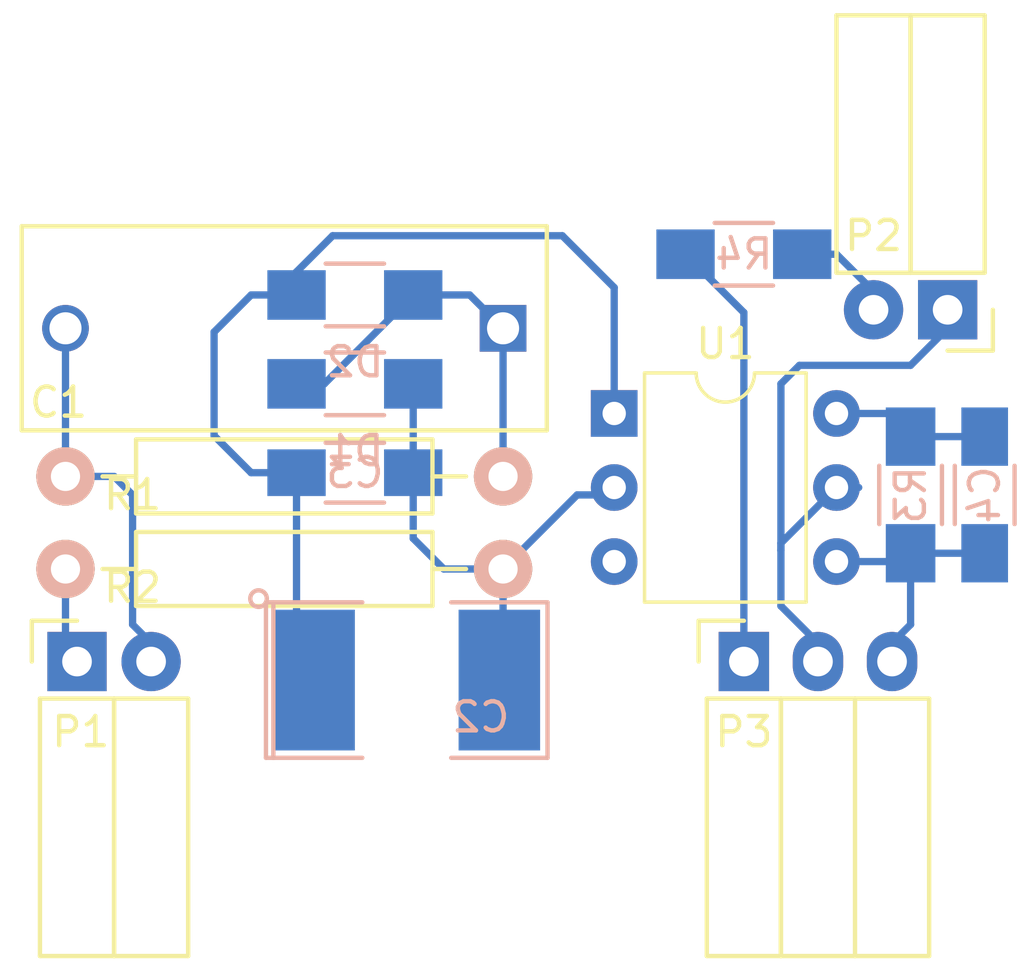
<source format=kicad_pcb>
(kicad_pcb (version 4) (host pcbnew 4.0.5)

  (general
    (links 22)
    (no_connects 0)
    (area 122.454999 83.154999 158.393097 116.870001)
    (thickness 1.6)
    (drawings 4)
    (tracks 64)
    (zones 0)
    (modules 14)
    (nets 11)
  )

  (page A4)
  (layers
    (0 F.Cu signal)
    (31 B.Cu signal)
    (32 B.Adhes user)
    (33 F.Adhes user)
    (34 B.Paste user)
    (35 F.Paste user)
    (36 B.SilkS user)
    (37 F.SilkS user)
    (38 B.Mask user)
    (39 F.Mask user)
    (40 Dwgs.User user)
    (41 Cmts.User user)
    (42 Eco1.User user)
    (43 Eco2.User user)
    (44 Edge.Cuts user)
    (45 Margin user)
    (46 B.CrtYd user)
    (47 F.CrtYd user)
    (48 B.Fab user)
    (49 F.Fab user)
  )

  (setup
    (last_trace_width 0.25)
    (trace_clearance 0.2)
    (zone_clearance 0.508)
    (zone_45_only no)
    (trace_min 0.2)
    (segment_width 0.2)
    (edge_width 0.15)
    (via_size 0.6)
    (via_drill 0.4)
    (via_min_size 0.4)
    (via_min_drill 0.3)
    (uvia_size 0.3)
    (uvia_drill 0.1)
    (uvias_allowed no)
    (uvia_min_size 0.2)
    (uvia_min_drill 0.1)
    (pcb_text_width 0.3)
    (pcb_text_size 1.5 1.5)
    (mod_edge_width 0.15)
    (mod_text_size 1 1)
    (mod_text_width 0.15)
    (pad_size 2.032 2.032)
    (pad_drill 1.016)
    (pad_to_mask_clearance 0.2)
    (aux_axis_origin 0 0)
    (visible_elements 7FFCFFFF)
    (pcbplotparams
      (layerselection 0x00030_80000001)
      (usegerberextensions false)
      (excludeedgelayer true)
      (linewidth 0.100000)
      (plotframeref false)
      (viasonmask false)
      (mode 1)
      (useauxorigin false)
      (hpglpennumber 1)
      (hpglpenspeed 20)
      (hpglpendiameter 15)
      (hpglpenoverlay 2)
      (psnegative false)
      (psa4output false)
      (plotreference true)
      (plotvalue true)
      (plotinvisibletext false)
      (padsonsilk false)
      (subtractmaskfromsilk false)
      (outputformat 1)
      (mirror false)
      (drillshape 1)
      (scaleselection 1)
      (outputdirectory ""))
  )

  (net 0 "")
  (net 1 "Net-(C1-Pad1)")
  (net 2 "Net-(C1-Pad2)")
  (net 3 "Net-(C2-Pad2)")
  (net 4 "Net-(C2-Pad1)")
  (net 5 "Net-(C4-Pad1)")
  (net 6 "Net-(C4-Pad2)")
  (net 7 "Net-(P1-Pad2)")
  (net 8 "Net-(P2-Pad1)")
  (net 9 "Net-(P2-Pad2)")
  (net 10 "Net-(P3-Pad1)")

  (net_class Default "Это класс цепей по умолчанию."
    (clearance 0.2)
    (trace_width 0.25)
    (via_dia 0.6)
    (via_drill 0.4)
    (uvia_dia 0.3)
    (uvia_drill 0.1)
    (add_net "Net-(C1-Pad1)")
    (add_net "Net-(C1-Pad2)")
    (add_net "Net-(C2-Pad1)")
    (add_net "Net-(C2-Pad2)")
    (add_net "Net-(C4-Pad1)")
    (add_net "Net-(C4-Pad2)")
    (add_net "Net-(P1-Pad2)")
    (add_net "Net-(P2-Pad1)")
    (add_net "Net-(P2-Pad2)")
    (add_net "Net-(P3-Pad1)")
  )

  (module Capacitors_THT:C_Rect_L18_W7_P15 (layer F.Cu) (tedit 5872C5A6) (tstamp 58727D62)
    (at 139.7 94.615 180)
    (descr "Film Capacitor Length 18mm x Width 7mm, Pitch 15mm")
    (tags Capacitor)
    (path /587226CD)
    (fp_text reference C1 (at 15.24 -2.54 180) (layer F.SilkS)
      (effects (font (size 1 1) (thickness 0.15)))
    )
    (fp_text value 0.15uF (at 13.97 2.54 180) (layer F.Fab)
      (effects (font (size 1 1) (thickness 0.15)))
    )
    (fp_line (start -1.75 -3.75) (end 16.75 -3.75) (layer F.CrtYd) (width 0.05))
    (fp_line (start 16.75 -3.75) (end 16.75 3.75) (layer F.CrtYd) (width 0.05))
    (fp_line (start 16.75 3.75) (end -1.75 3.75) (layer F.CrtYd) (width 0.05))
    (fp_line (start -1.75 3.75) (end -1.75 -3.75) (layer F.CrtYd) (width 0.05))
    (fp_line (start -1.5 -3.5) (end 16.5 -3.5) (layer F.SilkS) (width 0.15))
    (fp_line (start 16.5 -3.5) (end 16.5 3.5) (layer F.SilkS) (width 0.15))
    (fp_line (start 16.5 3.5) (end -1.5 3.5) (layer F.SilkS) (width 0.15))
    (fp_line (start -1.5 3.5) (end -1.5 -3.5) (layer F.SilkS) (width 0.15))
    (pad 1 thru_hole rect (at 0 0 180) (size 1.6 1.6) (drill 1.1) (layers *.Cu *.Mask)
      (net 1 "Net-(C1-Pad1)"))
    (pad 2 thru_hole circle (at 15 0 180) (size 1.6 1.6) (drill 1.1) (layers *.Cu *.Mask)
      (net 2 "Net-(C1-Pad2)"))
  )

  (module SMD_Packages:SMD-2112_Pol (layer B.Cu) (tedit 5872C5DD) (tstamp 58727D68)
    (at 136.398 106.68)
    (path /58722854)
    (attr smd)
    (fp_text reference C2 (at 2.54 1.27) (layer B.SilkS)
      (effects (font (size 1 1) (thickness 0.15)) (justify mirror))
    )
    (fp_text value 10,0 (at 1.905 -1.27) (layer B.Fab) hide
      (effects (font (size 1 1) (thickness 0.15)) (justify mirror))
    )
    (fp_circle (center -5.08 -2.794) (end -4.826 -2.667) (layer B.SilkS) (width 0.15))
    (fp_line (start -4.572 2.667) (end -4.572 -2.667) (layer B.SilkS) (width 0.15))
    (fp_line (start -4.826 2.667) (end -4.826 -2.667) (layer B.SilkS) (width 0.15))
    (fp_line (start -1.524 -2.667) (end -4.826 -2.667) (layer B.SilkS) (width 0.15))
    (fp_line (start -1.524 2.667) (end -4.826 2.667) (layer B.SilkS) (width 0.15))
    (fp_line (start 1.524 2.667) (end 4.826 2.667) (layer B.SilkS) (width 0.15))
    (fp_line (start 4.826 2.667) (end 4.826 -2.667) (layer B.SilkS) (width 0.15))
    (fp_line (start 4.826 -2.667) (end 1.524 -2.667) (layer B.SilkS) (width 0.15))
    (pad 2 smd rect (at 3.175 0) (size 2.794 4.826) (layers B.Cu B.Paste B.Mask)
      (net 3 "Net-(C2-Pad2)"))
    (pad 1 smd rect (at -3.175 0) (size 2.794 4.826) (layers B.Cu B.Paste B.Mask)
      (net 4 "Net-(C2-Pad1)"))
    (model SMD_Packages.3dshapes/SMD-2112_Pol.wrl
      (at (xyz 0 0 0))
      (scale (xyz 0.3 0.4 0.4))
      (rotate (xyz 0 0 0))
    )
  )

  (module Capacitors_SMD:C_1206_HandSoldering (layer B.Cu) (tedit 5872C5CB) (tstamp 58727D6E)
    (at 134.62 99.568)
    (descr "Capacitor SMD 1206, hand soldering")
    (tags "capacitor 1206")
    (path /587228A9)
    (attr smd)
    (fp_text reference C3 (at 0 0) (layer B.SilkS)
      (effects (font (size 1 1) (thickness 0.15)) (justify mirror))
    )
    (fp_text value 0,1 (at 4.445 0) (layer B.Fab) hide
      (effects (font (size 1 1) (thickness 0.15)) (justify mirror))
    )
    (fp_line (start -1.6 -0.8) (end -1.6 0.8) (layer B.Fab) (width 0.15))
    (fp_line (start 1.6 -0.8) (end -1.6 -0.8) (layer B.Fab) (width 0.15))
    (fp_line (start 1.6 0.8) (end 1.6 -0.8) (layer B.Fab) (width 0.15))
    (fp_line (start -1.6 0.8) (end 1.6 0.8) (layer B.Fab) (width 0.15))
    (fp_line (start -3.3 1.15) (end 3.3 1.15) (layer B.CrtYd) (width 0.05))
    (fp_line (start -3.3 -1.15) (end 3.3 -1.15) (layer B.CrtYd) (width 0.05))
    (fp_line (start -3.3 1.15) (end -3.3 -1.15) (layer B.CrtYd) (width 0.05))
    (fp_line (start 3.3 1.15) (end 3.3 -1.15) (layer B.CrtYd) (width 0.05))
    (fp_line (start 1 1.025) (end -1 1.025) (layer B.SilkS) (width 0.15))
    (fp_line (start -1 -1.025) (end 1 -1.025) (layer B.SilkS) (width 0.15))
    (pad 1 smd rect (at -2 0) (size 2 1.6) (layers B.Cu B.Paste B.Mask)
      (net 4 "Net-(C2-Pad1)"))
    (pad 2 smd rect (at 2 0) (size 2 1.6) (layers B.Cu B.Paste B.Mask)
      (net 3 "Net-(C2-Pad2)"))
    (model Capacitors_SMD.3dshapes/C_1206_HandSoldering.wrl
      (at (xyz 0 0 0))
      (scale (xyz 1 1 1))
      (rotate (xyz 0 0 0))
    )
  )

  (module Capacitors_SMD:C_1206_HandSoldering (layer B.Cu) (tedit 5872C7E4) (tstamp 58727D74)
    (at 156.21 100.33 270)
    (descr "Capacitor SMD 1206, hand soldering")
    (tags "capacitor 1206")
    (path /587232CE)
    (attr smd)
    (fp_text reference C4 (at 0 0 270) (layer B.SilkS)
      (effects (font (size 1 1) (thickness 0.15)) (justify mirror))
    )
    (fp_text value 100pf (at 5.715 0 270) (layer B.Fab) hide
      (effects (font (size 1 1) (thickness 0.15)) (justify mirror))
    )
    (fp_line (start -1.6 -0.8) (end -1.6 0.8) (layer B.Fab) (width 0.15))
    (fp_line (start 1.6 -0.8) (end -1.6 -0.8) (layer B.Fab) (width 0.15))
    (fp_line (start 1.6 0.8) (end 1.6 -0.8) (layer B.Fab) (width 0.15))
    (fp_line (start -1.6 0.8) (end 1.6 0.8) (layer B.Fab) (width 0.15))
    (fp_line (start -3.3 1.15) (end 3.3 1.15) (layer B.CrtYd) (width 0.05))
    (fp_line (start -3.3 -1.15) (end 3.3 -1.15) (layer B.CrtYd) (width 0.05))
    (fp_line (start -3.3 1.15) (end -3.3 -1.15) (layer B.CrtYd) (width 0.05))
    (fp_line (start 3.3 1.15) (end 3.3 -1.15) (layer B.CrtYd) (width 0.05))
    (fp_line (start 1 1.025) (end -1 1.025) (layer B.SilkS) (width 0.15))
    (fp_line (start -1 -1.025) (end 1 -1.025) (layer B.SilkS) (width 0.15))
    (pad 1 smd rect (at -2 0 270) (size 2 1.6) (layers B.Cu B.Paste B.Mask)
      (net 5 "Net-(C4-Pad1)"))
    (pad 2 smd rect (at 2 0 270) (size 2 1.6) (layers B.Cu B.Paste B.Mask)
      (net 6 "Net-(C4-Pad2)"))
    (model Capacitors_SMD.3dshapes/C_1206_HandSoldering.wrl
      (at (xyz 0 0 0))
      (scale (xyz 1 1 1))
      (rotate (xyz 0 0 0))
    )
  )

  (module Socket_Strips:Socket_Strip_Angled_1x02 (layer F.Cu) (tedit 5872C6F6) (tstamp 58727D86)
    (at 125.095 106.045)
    (descr "Through hole socket strip")
    (tags "socket strip")
    (path /58722A38)
    (fp_text reference P1 (at 0.127 2.413) (layer F.SilkS)
      (effects (font (size 1 1) (thickness 0.15)))
    )
    (fp_text value In (at 2.667 2.413) (layer F.Fab)
      (effects (font (size 1 1) (thickness 0.15)))
    )
    (fp_line (start -1.75 -1.5) (end -1.75 10.6) (layer F.CrtYd) (width 0.05))
    (fp_line (start 4.3 -1.5) (end 4.3 10.6) (layer F.CrtYd) (width 0.05))
    (fp_line (start -1.75 -1.5) (end 4.3 -1.5) (layer F.CrtYd) (width 0.05))
    (fp_line (start -1.75 10.6) (end 4.3 10.6) (layer F.CrtYd) (width 0.05))
    (fp_line (start 3.81 10.1) (end 3.81 1.27) (layer F.SilkS) (width 0.15))
    (fp_line (start 1.27 10.1) (end 3.81 10.1) (layer F.SilkS) (width 0.15))
    (fp_line (start 1.27 1.27) (end 1.27 10.1) (layer F.SilkS) (width 0.15))
    (fp_line (start 1.27 1.27) (end 3.81 1.27) (layer F.SilkS) (width 0.15))
    (fp_line (start -1.27 1.27) (end 1.27 1.27) (layer F.SilkS) (width 0.15))
    (fp_line (start 0 -1.4) (end -1.55 -1.4) (layer F.SilkS) (width 0.15))
    (fp_line (start -1.55 -1.4) (end -1.55 0) (layer F.SilkS) (width 0.15))
    (fp_line (start -1.27 1.27) (end -1.27 10.1) (layer F.SilkS) (width 0.15))
    (fp_line (start -1.27 10.1) (end 1.27 10.1) (layer F.SilkS) (width 0.15))
    (fp_line (start 1.27 10.1) (end 1.27 1.27) (layer F.SilkS) (width 0.15))
    (pad 1 thru_hole rect (at 0 0) (size 2.032 2.032) (drill 1.016) (layers *.Cu *.Mask)
      (net 7 "Net-(P1-Pad2)"))
    (pad 2 thru_hole oval (at 2.54 0) (size 2.032 2.032) (drill 1.016) (layers *.Cu *.Mask)
      (net 2 "Net-(C1-Pad2)"))
    (model Socket_Strips.3dshapes/Socket_Strip_Angled_1x02.wrl
      (at (xyz 0.05 0 0))
      (scale (xyz 1 1 1))
      (rotate (xyz 0 0 180))
    )
  )

  (module Socket_Strips:Socket_Strip_Angled_1x02 (layer F.Cu) (tedit 5872C530) (tstamp 58727D8C)
    (at 154.94 93.98 180)
    (descr "Through hole socket strip")
    (tags "socket strip")
    (path /58722BF7)
    (fp_text reference P2 (at 2.54 2.54 180) (layer F.SilkS)
      (effects (font (size 1 1) (thickness 0.15)))
    )
    (fp_text value Led (at 0 2.54 180) (layer F.Fab)
      (effects (font (size 1 1) (thickness 0.15)))
    )
    (fp_line (start -1.75 -1.5) (end -1.75 10.6) (layer F.CrtYd) (width 0.05))
    (fp_line (start 4.3 -1.5) (end 4.3 10.6) (layer F.CrtYd) (width 0.05))
    (fp_line (start -1.75 -1.5) (end 4.3 -1.5) (layer F.CrtYd) (width 0.05))
    (fp_line (start -1.75 10.6) (end 4.3 10.6) (layer F.CrtYd) (width 0.05))
    (fp_line (start 3.81 10.1) (end 3.81 1.27) (layer F.SilkS) (width 0.15))
    (fp_line (start 1.27 10.1) (end 3.81 10.1) (layer F.SilkS) (width 0.15))
    (fp_line (start 1.27 1.27) (end 1.27 10.1) (layer F.SilkS) (width 0.15))
    (fp_line (start 1.27 1.27) (end 3.81 1.27) (layer F.SilkS) (width 0.15))
    (fp_line (start -1.27 1.27) (end 1.27 1.27) (layer F.SilkS) (width 0.15))
    (fp_line (start 0 -1.4) (end -1.55 -1.4) (layer F.SilkS) (width 0.15))
    (fp_line (start -1.55 -1.4) (end -1.55 0) (layer F.SilkS) (width 0.15))
    (fp_line (start -1.27 1.27) (end -1.27 10.1) (layer F.SilkS) (width 0.15))
    (fp_line (start -1.27 10.1) (end 1.27 10.1) (layer F.SilkS) (width 0.15))
    (fp_line (start 1.27 10.1) (end 1.27 1.27) (layer F.SilkS) (width 0.15))
    (pad 1 thru_hole rect (at 0 0 180) (size 2.032 2.032) (drill 1.016) (layers *.Cu *.Mask)
      (net 8 "Net-(P2-Pad1)"))
    (pad 2 thru_hole oval (at 2.54 0 180) (size 2.032 2.032) (drill 1.016) (layers *.Cu *.Mask)
      (net 9 "Net-(P2-Pad2)"))
    (model Socket_Strips.3dshapes/Socket_Strip_Angled_1x02.wrl
      (at (xyz 0.05 0 0))
      (scale (xyz 1 1 1))
      (rotate (xyz 0 0 180))
    )
  )

  (module Socket_Strips:Socket_Strip_Angled_1x03 (layer F.Cu) (tedit 5872C3B9) (tstamp 58727D93)
    (at 147.955 106.045)
    (descr "Through hole socket strip")
    (tags "socket strip")
    (path /58722B6A)
    (fp_text reference P3 (at 0 2.413) (layer F.SilkS)
      (effects (font (size 1 1) (thickness 0.15)))
    )
    (fp_text value Out (at 2.54 2.413) (layer F.Fab)
      (effects (font (size 1 1) (thickness 0.15)))
    )
    (fp_line (start -1.75 -1.5) (end -1.75 10.6) (layer F.CrtYd) (width 0.05))
    (fp_line (start 6.85 -1.5) (end 6.85 10.6) (layer F.CrtYd) (width 0.05))
    (fp_line (start -1.75 -1.5) (end 6.85 -1.5) (layer F.CrtYd) (width 0.05))
    (fp_line (start -1.75 10.6) (end 6.85 10.6) (layer F.CrtYd) (width 0.05))
    (fp_line (start 3.81 1.27) (end 6.35 1.27) (layer F.SilkS) (width 0.15))
    (fp_line (start 3.81 10.1) (end 6.35 10.1) (layer F.SilkS) (width 0.15))
    (fp_line (start 6.35 10.1) (end 6.35 1.27) (layer F.SilkS) (width 0.15))
    (fp_line (start 3.81 10.1) (end 3.81 1.27) (layer F.SilkS) (width 0.15))
    (fp_line (start 1.27 10.1) (end 3.81 10.1) (layer F.SilkS) (width 0.15))
    (fp_line (start 1.27 1.27) (end 1.27 10.1) (layer F.SilkS) (width 0.15))
    (fp_line (start 1.27 1.27) (end 3.81 1.27) (layer F.SilkS) (width 0.15))
    (fp_line (start -1.27 1.27) (end 1.27 1.27) (layer F.SilkS) (width 0.15))
    (fp_line (start 0 -1.4) (end -1.55 -1.4) (layer F.SilkS) (width 0.15))
    (fp_line (start -1.55 -1.4) (end -1.55 0) (layer F.SilkS) (width 0.15))
    (fp_line (start -1.27 1.27) (end -1.27 10.1) (layer F.SilkS) (width 0.15))
    (fp_line (start -1.27 10.1) (end 1.27 10.1) (layer F.SilkS) (width 0.15))
    (fp_line (start 1.27 10.1) (end 1.27 1.27) (layer F.SilkS) (width 0.15))
    (pad 1 thru_hole rect (at 0 0) (size 1.7272 2.032) (drill 1.016) (layers *.Cu *.Mask)
      (net 10 "Net-(P3-Pad1)"))
    (pad 2 thru_hole oval (at 2.54 0) (size 1.7272 2.032) (drill 1.016) (layers *.Cu *.Mask)
      (net 8 "Net-(P2-Pad1)"))
    (pad 3 thru_hole oval (at 5.08 0) (size 1.7272 2.032) (drill 1.016) (layers *.Cu *.Mask)
      (net 6 "Net-(C4-Pad2)"))
    (model Socket_Strips.3dshapes/Socket_Strip_Angled_1x03.wrl
      (at (xyz 0.1 0 0))
      (scale (xyz 1 1 1))
      (rotate (xyz 0 0 180))
    )
  )

  (module Resistors_THT:Resistor_Horizontal_RM15mm (layer F.Cu) (tedit 5872C590) (tstamp 58727D99)
    (at 139.7 99.695 180)
    (descr "Resistor, Axial, RM 15mm,")
    (tags "Resistor Axial RM 15mm")
    (path /58722739)
    (fp_text reference R1 (at 12.7 -0.635 180) (layer F.SilkS)
      (effects (font (size 1 1) (thickness 0.15)))
    )
    (fp_text value 3m (at 12.7 0.635 180) (layer F.Fab) hide
      (effects (font (size 1 1) (thickness 0.15)))
    )
    (fp_line (start -1.25 1.5) (end -1.25 -1.5) (layer F.CrtYd) (width 0.05))
    (fp_line (start -1.25 -1.5) (end 16.25 -1.5) (layer F.CrtYd) (width 0.05))
    (fp_line (start 16.25 -1.5) (end 16.25 1.5) (layer F.CrtYd) (width 0.05))
    (fp_line (start 16.25 1.5) (end -1.25 1.5) (layer F.CrtYd) (width 0.05))
    (fp_line (start 2.42 -1.27) (end 2.42 1.27) (layer F.SilkS) (width 0.15))
    (fp_line (start 2.42 1.27) (end 12.58 1.27) (layer F.SilkS) (width 0.15))
    (fp_line (start 12.58 1.27) (end 12.58 -1.27) (layer F.SilkS) (width 0.15))
    (fp_line (start 12.58 -1.27) (end 2.42 -1.27) (layer F.SilkS) (width 0.15))
    (fp_line (start 13.73 0) (end 12.58 0) (layer F.SilkS) (width 0.15))
    (fp_line (start 1.27 0) (end 2.42 0) (layer F.SilkS) (width 0.15))
    (pad 1 thru_hole circle (at 0 0 180) (size 1.99898 1.99898) (drill 1.00076) (layers *.Cu *.SilkS *.Mask)
      (net 1 "Net-(C1-Pad1)"))
    (pad 2 thru_hole circle (at 15 0 180) (size 1.99898 1.99898) (drill 1.00076) (layers *.Cu *.SilkS *.Mask)
      (net 2 "Net-(C1-Pad2)"))
    (model Resistors_ThroughHole.3dshapes/Resistor_Horizontal_RM15mm.wrl
      (at (xyz 0.295 0 0))
      (scale (xyz 0.395 0.4 0.4))
      (rotate (xyz 0 0 0))
    )
  )

  (module Resistors_THT:Resistor_Horizontal_RM15mm (layer F.Cu) (tedit 5872C57B) (tstamp 58727D9F)
    (at 139.7 102.87 180)
    (descr "Resistor, Axial, RM 15mm,")
    (tags "Resistor Axial RM 15mm")
    (path /587226F8)
    (fp_text reference R2 (at 12.7 -0.635 180) (layer F.SilkS)
      (effects (font (size 1 1) (thickness 0.15)))
    )
    (fp_text value "10k 1W" (at 6.985 -2.54 180) (layer F.Fab) hide
      (effects (font (size 1 1) (thickness 0.15)))
    )
    (fp_line (start -1.25 1.5) (end -1.25 -1.5) (layer F.CrtYd) (width 0.05))
    (fp_line (start -1.25 -1.5) (end 16.25 -1.5) (layer F.CrtYd) (width 0.05))
    (fp_line (start 16.25 -1.5) (end 16.25 1.5) (layer F.CrtYd) (width 0.05))
    (fp_line (start 16.25 1.5) (end -1.25 1.5) (layer F.CrtYd) (width 0.05))
    (fp_line (start 2.42 -1.27) (end 2.42 1.27) (layer F.SilkS) (width 0.15))
    (fp_line (start 2.42 1.27) (end 12.58 1.27) (layer F.SilkS) (width 0.15))
    (fp_line (start 12.58 1.27) (end 12.58 -1.27) (layer F.SilkS) (width 0.15))
    (fp_line (start 12.58 -1.27) (end 2.42 -1.27) (layer F.SilkS) (width 0.15))
    (fp_line (start 13.73 0) (end 12.58 0) (layer F.SilkS) (width 0.15))
    (fp_line (start 1.27 0) (end 2.42 0) (layer F.SilkS) (width 0.15))
    (pad 1 thru_hole circle (at 0 0 180) (size 1.99898 1.99898) (drill 1.00076) (layers *.Cu *.SilkS *.Mask)
      (net 3 "Net-(C2-Pad2)"))
    (pad 2 thru_hole circle (at 15 0 180) (size 1.99898 1.99898) (drill 1.00076) (layers *.Cu *.SilkS *.Mask)
      (net 7 "Net-(P1-Pad2)"))
    (model Resistors_ThroughHole.3dshapes/Resistor_Horizontal_RM15mm.wrl
      (at (xyz 0.295 0 0))
      (scale (xyz 0.395 0.4 0.4))
      (rotate (xyz 0 0 0))
    )
  )

  (module Resistors_SMD:R_1206_HandSoldering (layer B.Cu) (tedit 5872C32F) (tstamp 58727DA5)
    (at 153.67 100.33 90)
    (descr "Resistor SMD 1206, hand soldering")
    (tags "resistor 1206")
    (path /587231B1)
    (attr smd)
    (fp_text reference R3 (at 0 0 90) (layer B.SilkS)
      (effects (font (size 1 1) (thickness 0.15)) (justify mirror))
    )
    (fp_text value 470k (at 0 -2.3 90) (layer B.Fab) hide
      (effects (font (size 1 1) (thickness 0.15)) (justify mirror))
    )
    (fp_line (start -1.6 -0.8) (end -1.6 0.8) (layer B.Fab) (width 0.1))
    (fp_line (start 1.6 -0.8) (end -1.6 -0.8) (layer B.Fab) (width 0.1))
    (fp_line (start 1.6 0.8) (end 1.6 -0.8) (layer B.Fab) (width 0.1))
    (fp_line (start -1.6 0.8) (end 1.6 0.8) (layer B.Fab) (width 0.1))
    (fp_line (start -3.3 1.2) (end 3.3 1.2) (layer B.CrtYd) (width 0.05))
    (fp_line (start -3.3 -1.2) (end 3.3 -1.2) (layer B.CrtYd) (width 0.05))
    (fp_line (start -3.3 1.2) (end -3.3 -1.2) (layer B.CrtYd) (width 0.05))
    (fp_line (start 3.3 1.2) (end 3.3 -1.2) (layer B.CrtYd) (width 0.05))
    (fp_line (start 1 -1.075) (end -1 -1.075) (layer B.SilkS) (width 0.15))
    (fp_line (start -1 1.075) (end 1 1.075) (layer B.SilkS) (width 0.15))
    (pad 1 smd rect (at -2 0 90) (size 2 1.7) (layers B.Cu B.Paste B.Mask)
      (net 6 "Net-(C4-Pad2)"))
    (pad 2 smd rect (at 2 0 90) (size 2 1.7) (layers B.Cu B.Paste B.Mask)
      (net 5 "Net-(C4-Pad1)"))
    (model Resistors_SMD.3dshapes/R_1206_HandSoldering.wrl
      (at (xyz 0 0 0))
      (scale (xyz 1 1 1))
      (rotate (xyz 0 0 0))
    )
  )

  (module Resistors_SMD:R_1206_HandSoldering (layer B.Cu) (tedit 5872C39B) (tstamp 58727DAB)
    (at 147.955 92.075 180)
    (descr "Resistor SMD 1206, hand soldering")
    (tags "resistor 1206")
    (path /587229E1)
    (attr smd)
    (fp_text reference R4 (at 0 0 180) (layer B.SilkS)
      (effects (font (size 1 1) (thickness 0.15)) (justify mirror))
    )
    (fp_text value "4,7k (10ma) or 12k (2ma)" (at 0 -2.3 180) (layer B.Fab) hide
      (effects (font (size 1 1) (thickness 0.15)) (justify mirror))
    )
    (fp_line (start -1.6 -0.8) (end -1.6 0.8) (layer B.Fab) (width 0.1))
    (fp_line (start 1.6 -0.8) (end -1.6 -0.8) (layer B.Fab) (width 0.1))
    (fp_line (start 1.6 0.8) (end 1.6 -0.8) (layer B.Fab) (width 0.1))
    (fp_line (start -1.6 0.8) (end 1.6 0.8) (layer B.Fab) (width 0.1))
    (fp_line (start -3.3 1.2) (end 3.3 1.2) (layer B.CrtYd) (width 0.05))
    (fp_line (start -3.3 -1.2) (end 3.3 -1.2) (layer B.CrtYd) (width 0.05))
    (fp_line (start -3.3 1.2) (end -3.3 -1.2) (layer B.CrtYd) (width 0.05))
    (fp_line (start 3.3 1.2) (end 3.3 -1.2) (layer B.CrtYd) (width 0.05))
    (fp_line (start 1 -1.075) (end -1 -1.075) (layer B.SilkS) (width 0.15))
    (fp_line (start -1 1.075) (end 1 1.075) (layer B.SilkS) (width 0.15))
    (pad 1 smd rect (at -2 0 180) (size 2 1.7) (layers B.Cu B.Paste B.Mask)
      (net 9 "Net-(P2-Pad2)"))
    (pad 2 smd rect (at 2 0 180) (size 2 1.7) (layers B.Cu B.Paste B.Mask)
      (net 10 "Net-(P3-Pad1)"))
    (model Resistors_SMD.3dshapes/R_1206_HandSoldering.wrl
      (at (xyz 0 0 0))
      (scale (xyz 1 1 1))
      (rotate (xyz 0 0 0))
    )
  )

  (module Housings_DIP:DIP-6_W7.62mm (layer F.Cu) (tedit 5872C3CE) (tstamp 58727DB5)
    (at 143.51 97.536)
    (descr "6-lead dip package, row spacing 7.62 mm (300 mils)")
    (tags "DIL DIP PDIP 2.54mm 7.62mm 300mil")
    (path /587228F9)
    (fp_text reference U1 (at 3.81 -2.39) (layer F.SilkS)
      (effects (font (size 1 1) (thickness 0.15)))
    )
    (fp_text value 4N35 (at 3.81 4.064) (layer F.Fab)
      (effects (font (size 1 1) (thickness 0.15)))
    )
    (fp_arc (start 3.81 -1.39) (end 2.81 -1.39) (angle -180) (layer F.SilkS) (width 0.12))
    (fp_line (start 1.635 -1.27) (end 6.985 -1.27) (layer F.Fab) (width 0.1))
    (fp_line (start 6.985 -1.27) (end 6.985 6.35) (layer F.Fab) (width 0.1))
    (fp_line (start 6.985 6.35) (end 0.635 6.35) (layer F.Fab) (width 0.1))
    (fp_line (start 0.635 6.35) (end 0.635 -0.27) (layer F.Fab) (width 0.1))
    (fp_line (start 0.635 -0.27) (end 1.635 -1.27) (layer F.Fab) (width 0.1))
    (fp_line (start 2.81 -1.39) (end 1.04 -1.39) (layer F.SilkS) (width 0.12))
    (fp_line (start 1.04 -1.39) (end 1.04 6.47) (layer F.SilkS) (width 0.12))
    (fp_line (start 1.04 6.47) (end 6.58 6.47) (layer F.SilkS) (width 0.12))
    (fp_line (start 6.58 6.47) (end 6.58 -1.39) (layer F.SilkS) (width 0.12))
    (fp_line (start 6.58 -1.39) (end 4.81 -1.39) (layer F.SilkS) (width 0.12))
    (fp_line (start -1.1 -1.6) (end -1.1 6.6) (layer F.CrtYd) (width 0.05))
    (fp_line (start -1.1 6.6) (end 8.7 6.6) (layer F.CrtYd) (width 0.05))
    (fp_line (start 8.7 6.6) (end 8.7 -1.6) (layer F.CrtYd) (width 0.05))
    (fp_line (start 8.7 -1.6) (end -1.1 -1.6) (layer F.CrtYd) (width 0.05))
    (pad 1 thru_hole rect (at 0 0) (size 1.6 1.6) (drill 0.8) (layers *.Cu *.Mask)
      (net 4 "Net-(C2-Pad1)"))
    (pad 4 thru_hole oval (at 7.62 5.08) (size 1.6 1.6) (drill 0.8) (layers *.Cu *.Mask)
      (net 6 "Net-(C4-Pad2)"))
    (pad 2 thru_hole oval (at 0 2.54) (size 1.6 1.6) (drill 0.8) (layers *.Cu *.Mask)
      (net 3 "Net-(C2-Pad2)"))
    (pad 5 thru_hole oval (at 7.62 2.54) (size 1.6 1.6) (drill 0.8) (layers *.Cu *.Mask)
      (net 8 "Net-(P2-Pad1)"))
    (pad 3 thru_hole oval (at 0 5.08) (size 1.6 1.6) (drill 0.8) (layers *.Cu *.Mask))
    (pad 6 thru_hole oval (at 7.62 0) (size 1.6 1.6) (drill 0.8) (layers *.Cu *.Mask)
      (net 5 "Net-(C4-Pad1)"))
    (model Housings_DIP.3dshapes/DIP-6_W7.62mm.wrl
      (at (xyz 0 0 0))
      (scale (xyz 1 1 1))
      (rotate (xyz 0 0 0))
    )
  )

  (module Resistors_SMD:R_1206_HandSoldering (layer B.Cu) (tedit 58307C0D) (tstamp 58727D80)
    (at 134.62 93.472)
    (descr "Resistor SMD 1206, hand soldering")
    (tags "resistor 1206")
    (path /58722803)
    (attr smd)
    (fp_text reference D2 (at 0 2.3) (layer B.SilkS)
      (effects (font (size 1 1) (thickness 0.15)) (justify mirror))
    )
    (fp_text value 4448 (at 0 -2.3) (layer B.Fab)
      (effects (font (size 1 1) (thickness 0.15)) (justify mirror))
    )
    (fp_line (start -1.6 -0.8) (end -1.6 0.8) (layer B.Fab) (width 0.1))
    (fp_line (start 1.6 -0.8) (end -1.6 -0.8) (layer B.Fab) (width 0.1))
    (fp_line (start 1.6 0.8) (end 1.6 -0.8) (layer B.Fab) (width 0.1))
    (fp_line (start -1.6 0.8) (end 1.6 0.8) (layer B.Fab) (width 0.1))
    (fp_line (start -3.3 1.2) (end 3.3 1.2) (layer B.CrtYd) (width 0.05))
    (fp_line (start -3.3 -1.2) (end 3.3 -1.2) (layer B.CrtYd) (width 0.05))
    (fp_line (start -3.3 1.2) (end -3.3 -1.2) (layer B.CrtYd) (width 0.05))
    (fp_line (start 3.3 1.2) (end 3.3 -1.2) (layer B.CrtYd) (width 0.05))
    (fp_line (start 1 -1.075) (end -1 -1.075) (layer B.SilkS) (width 0.15))
    (fp_line (start -1 1.075) (end 1 1.075) (layer B.SilkS) (width 0.15))
    (pad 1 smd rect (at -2 0) (size 2 1.7) (layers B.Cu B.Paste B.Mask)
      (net 4 "Net-(C2-Pad1)"))
    (pad 2 smd rect (at 2 0) (size 2 1.7) (layers B.Cu B.Paste B.Mask)
      (net 1 "Net-(C1-Pad1)"))
    (model Resistors_SMD.3dshapes/R_1206_HandSoldering.wrl
      (at (xyz 0 0 0))
      (scale (xyz 1 1 1))
      (rotate (xyz 0 0 0))
    )
  )

  (module Resistors_SMD:R_1206_HandSoldering (layer B.Cu) (tedit 58307C0D) (tstamp 58727D7A)
    (at 134.62 96.52)
    (descr "Resistor SMD 1206, hand soldering")
    (tags "resistor 1206")
    (path /587227B8)
    (attr smd)
    (fp_text reference D1 (at 0 2.3) (layer B.SilkS)
      (effects (font (size 1 1) (thickness 0.15)) (justify mirror))
    )
    (fp_text value 4448 (at 0 -2.3) (layer B.Fab)
      (effects (font (size 1 1) (thickness 0.15)) (justify mirror))
    )
    (fp_line (start -1.6 -0.8) (end -1.6 0.8) (layer B.Fab) (width 0.1))
    (fp_line (start 1.6 -0.8) (end -1.6 -0.8) (layer B.Fab) (width 0.1))
    (fp_line (start 1.6 0.8) (end 1.6 -0.8) (layer B.Fab) (width 0.1))
    (fp_line (start -1.6 0.8) (end 1.6 0.8) (layer B.Fab) (width 0.1))
    (fp_line (start -3.3 1.2) (end 3.3 1.2) (layer B.CrtYd) (width 0.05))
    (fp_line (start -3.3 -1.2) (end 3.3 -1.2) (layer B.CrtYd) (width 0.05))
    (fp_line (start -3.3 1.2) (end -3.3 -1.2) (layer B.CrtYd) (width 0.05))
    (fp_line (start 3.3 1.2) (end 3.3 -1.2) (layer B.CrtYd) (width 0.05))
    (fp_line (start 1 -1.075) (end -1 -1.075) (layer B.SilkS) (width 0.15))
    (fp_line (start -1 1.075) (end 1 1.075) (layer B.SilkS) (width 0.15))
    (pad 1 smd rect (at -2 0) (size 2 1.7) (layers B.Cu B.Paste B.Mask)
      (net 1 "Net-(C1-Pad1)"))
    (pad 2 smd rect (at 2 0) (size 2 1.7) (layers B.Cu B.Paste B.Mask)
      (net 3 "Net-(C2-Pad2)"))
    (model Resistors_SMD.3dshapes/R_1206_HandSoldering.wrl
      (at (xyz 0 0 0))
      (scale (xyz 1 1 1))
      (rotate (xyz 0 0 0))
    )
  )

  (gr_line (start 122.555 109.855) (end 122.555 90.17) (angle 90) (layer Margin) (width 0.2))
  (gr_line (start 157.48 109.855) (end 122.555 109.855) (angle 90) (layer Margin) (width 0.2))
  (gr_line (start 157.48 90.17) (end 157.48 109.855) (angle 90) (layer Margin) (width 0.2))
  (gr_line (start 122.555 90.17) (end 157.48 90.17) (angle 90) (layer Margin) (width 0.2))

  (segment (start 132.62 96.52) (end 133.572 96.52) (width 0.25) (layer B.Cu) (net 1))
  (segment (start 133.572 96.52) (end 136.62 93.472) (width 0.25) (layer B.Cu) (net 1) (tstamp 587F35B5))
  (segment (start 136.62 93.472) (end 138.557 93.472) (width 0.25) (layer B.Cu) (net 1))
  (segment (start 138.557 93.472) (end 139.7 94.615) (width 0.25) (layer B.Cu) (net 1) (tstamp 587F3542))
  (segment (start 139.7 99.06) (end 139.7 99.695) (width 0.25) (layer B.Cu) (net 1) (tstamp 587F12A0))
  (segment (start 139.7 99.695) (end 139.7 94.615) (width 0.25) (layer B.Cu) (net 1))
  (segment (start 127.635 106.045) (end 127.635 105.41) (width 0.25) (layer B.Cu) (net 2))
  (segment (start 127.635 105.41) (end 127 104.775) (width 0.25) (layer B.Cu) (net 2) (tstamp 5872C716))
  (segment (start 126.365 99.695) (end 124.7 99.695) (width 0.25) (layer B.Cu) (net 2) (tstamp 5872C71E))
  (segment (start 127 100.33) (end 126.365 99.695) (width 0.25) (layer B.Cu) (net 2) (tstamp 5872C71C))
  (segment (start 127 104.775) (end 127 100.33) (width 0.25) (layer B.Cu) (net 2) (tstamp 5872C717))
  (segment (start 124.7 99.695) (end 124.7 94.615) (width 0.25) (layer B.Cu) (net 2))
  (segment (start 136.62 99.568) (end 136.62 101.822) (width 0.25) (layer B.Cu) (net 3))
  (segment (start 137.668 102.87) (end 139.7 102.87) (width 0.25) (layer B.Cu) (net 3) (tstamp 587F35F7))
  (segment (start 136.62 101.822) (end 137.668 102.87) (width 0.25) (layer B.Cu) (net 3) (tstamp 587F35F5))
  (segment (start 139.7 102.87) (end 139.7 106.553) (width 0.25) (layer B.Cu) (net 3))
  (segment (start 139.7 106.553) (end 139.573 106.68) (width 0.25) (layer B.Cu) (net 3) (tstamp 587F35F2))
  (segment (start 136.62 96.52) (end 136.62 99.568) (width 0.25) (layer B.Cu) (net 3))
  (segment (start 139.7 106.553) (end 139.319 106.934) (width 0.25) (layer B.Cu) (net 3) (tstamp 587F11F1))
  (segment (start 139.7 102.87) (end 142.24 100.33) (width 0.25) (layer B.Cu) (net 3))
  (segment (start 142.24 100.33) (end 143.256 100.33) (width 0.25) (layer B.Cu) (net 3) (tstamp 5872C637))
  (segment (start 143.256 100.33) (end 143.51 100.076) (width 0.25) (layer B.Cu) (net 3) (tstamp 5872C639))
  (segment (start 132.62 99.568) (end 132.62 106.077) (width 0.25) (layer B.Cu) (net 4))
  (segment (start 132.62 106.077) (end 133.223 106.68) (width 0.25) (layer B.Cu) (net 4) (tstamp 587F35FB))
  (segment (start 132.62 99.568) (end 131.064 99.568) (width 0.25) (layer B.Cu) (net 4))
  (segment (start 131.064 93.472) (end 132.62 93.472) (width 0.25) (layer B.Cu) (net 4) (tstamp 587F35B1))
  (segment (start 129.794 94.742) (end 131.064 93.472) (width 0.25) (layer B.Cu) (net 4) (tstamp 587F35AD))
  (segment (start 129.794 98.298) (end 129.794 94.742) (width 0.25) (layer B.Cu) (net 4) (tstamp 587F35AB))
  (segment (start 131.064 99.568) (end 129.794 98.298) (width 0.25) (layer B.Cu) (net 4) (tstamp 587F35A8))
  (segment (start 132.62 93.472) (end 132.62 92.678) (width 0.25) (layer B.Cu) (net 4))
  (segment (start 132.62 92.678) (end 133.858 91.44) (width 0.25) (layer B.Cu) (net 4) (tstamp 587F352C))
  (segment (start 133.858 91.44) (end 141.732 91.44) (width 0.25) (layer B.Cu) (net 4) (tstamp 587F352D))
  (segment (start 141.732 91.44) (end 143.51 93.218) (width 0.25) (layer B.Cu) (net 4) (tstamp 587F3532))
  (segment (start 143.51 93.218) (end 143.51 97.536) (width 0.25) (layer B.Cu) (net 4) (tstamp 587F3534))
  (segment (start 151.13 97.536) (end 152.876 97.536) (width 0.25) (layer B.Cu) (net 5))
  (segment (start 152.876 97.536) (end 153.67 98.33) (width 0.25) (layer B.Cu) (net 5) (tstamp 5872C66F))
  (segment (start 153.67 98.33) (end 156.21 98.33) (width 0.25) (layer B.Cu) (net 5) (tstamp 5872C671))
  (segment (start 151.13 102.616) (end 153.384 102.616) (width 0.25) (layer B.Cu) (net 6))
  (segment (start 153.384 102.616) (end 153.67 102.33) (width 0.25) (layer B.Cu) (net 6) (tstamp 5872C666))
  (segment (start 153.035 106.045) (end 153.035 105.41) (width 0.25) (layer B.Cu) (net 6))
  (segment (start 153.035 105.41) (end 153.67 104.775) (width 0.25) (layer B.Cu) (net 6) (tstamp 5872C660))
  (segment (start 153.67 104.775) (end 153.67 102.33) (width 0.25) (layer B.Cu) (net 6) (tstamp 5872C663))
  (segment (start 156.21 102.33) (end 153.67 102.33) (width 0.25) (layer B.Cu) (net 6))
  (segment (start 124.7 102.87) (end 124.7 105.65) (width 0.25) (layer B.Cu) (net 7))
  (segment (start 124.7 105.65) (end 125.095 106.045) (width 0.25) (layer B.Cu) (net 7) (tstamp 5872C713))
  (segment (start 125.095 106.045) (end 124.46 106.045) (width 0.25) (layer B.Cu) (net 7))
  (segment (start 124.7 102.87) (end 125.095 102.87) (width 0.25) (layer B.Cu) (net 7))
  (segment (start 154.94 93.98) (end 154.94 94.615) (width 0.25) (layer B.Cu) (net 8))
  (segment (start 154.94 94.615) (end 153.67 95.885) (width 0.25) (layer B.Cu) (net 8) (tstamp 5872C68B))
  (segment (start 153.67 95.885) (end 149.86 95.885) (width 0.25) (layer B.Cu) (net 8) (tstamp 5872C68E))
  (segment (start 149.86 95.885) (end 149.225 96.52) (width 0.25) (layer B.Cu) (net 8) (tstamp 5872C691))
  (segment (start 149.225 96.52) (end 149.225 102.235) (width 0.25) (layer B.Cu) (net 8) (tstamp 5872C692))
  (segment (start 150.495 106.045) (end 150.495 105.41) (width 0.25) (layer B.Cu) (net 8))
  (segment (start 150.495 105.41) (end 149.225 104.14) (width 0.25) (layer B.Cu) (net 8) (tstamp 5872C674))
  (segment (start 149.225 104.14) (end 149.225 102.235) (width 0.25) (layer B.Cu) (net 8) (tstamp 5872C676))
  (segment (start 149.225 102.235) (end 149.225 101.981) (width 0.25) (layer B.Cu) (net 8) (tstamp 5872C696))
  (segment (start 149.225 101.981) (end 151.13 100.076) (width 0.25) (layer B.Cu) (net 8) (tstamp 5872C67B))
  (segment (start 151.13 100.076) (end 151.892 100.076) (width 0.25) (layer B.Cu) (net 8))
  (segment (start 149.86 106.172) (end 149.86 105.918) (width 0.25) (layer B.Cu) (net 8))
  (segment (start 152.4 93.98) (end 152.4 93.345) (width 0.25) (layer B.Cu) (net 9))
  (segment (start 152.4 93.345) (end 151.13 92.075) (width 0.25) (layer B.Cu) (net 9) (tstamp 5872C77E))
  (segment (start 151.13 92.075) (end 149.955 92.075) (width 0.25) (layer B.Cu) (net 9) (tstamp 5872C77F))
  (segment (start 147.955 106.045) (end 147.955 94.075) (width 0.25) (layer B.Cu) (net 10))
  (segment (start 147.955 94.075) (end 145.955 92.075) (width 0.25) (layer B.Cu) (net 10) (tstamp 5872C783))

)

</source>
